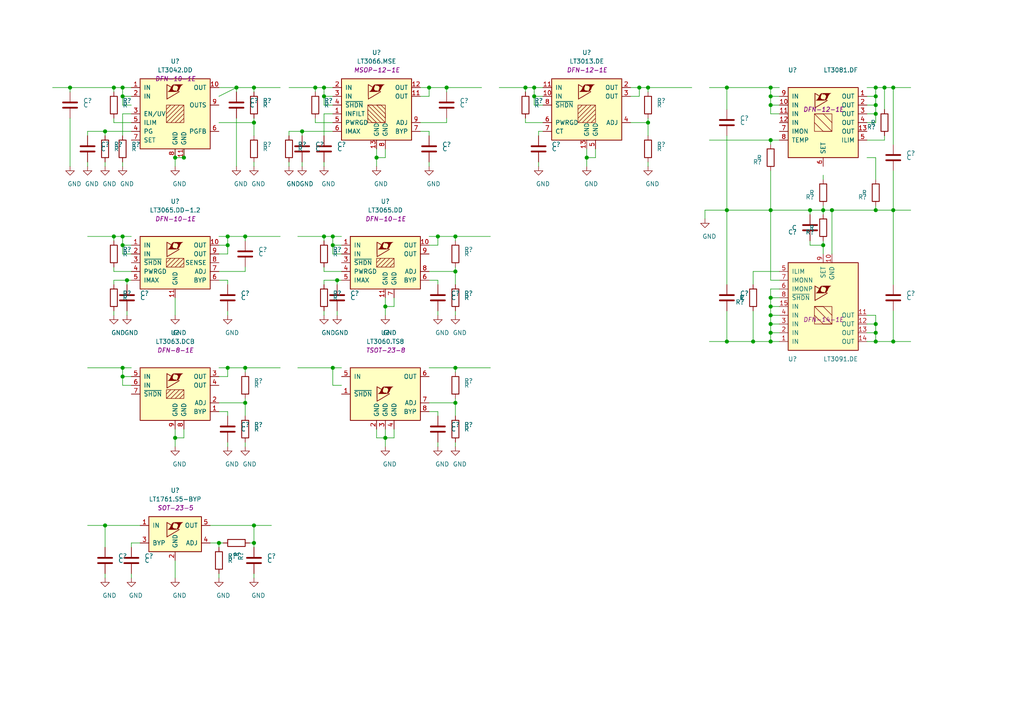
<source format=kicad_sch>
(kicad_sch (version 20201015) (generator eeschema)
  (paper "A4")
  (lib_symbols
    (symbol "ADI_Power:LT1761.S5-BYP" (pin_names (offset 1.016))
      (property "Reference" "U" (at -7.62 8.89 0))
      (property "Value" "LT1761.S5-BYP" (at -7.62 6.35 0))
      (property "Datasheet" "http://www.linear.com/product/LT1761" (at 0 -1.27 0))
      (symbol "LT1761.S5-BYP_1_1"
        (pin power_in line (at -10.16 2.54 0) (length 2.54) (name "IN") (number "1"))
        (pin power_in line (at 0 -7.62 90) (length 2.54) (name "GND") (number "2"))
        (pin passive line (at -10.16 -2.54 0) (length 2.54) (name "BYP") (number "3"))
        (pin passive line (at 10.16 -2.54 180) (length 2.54) (name "ADJ") (number "4"))
        (pin power_out line (at 10.16 2.54 180) (length 2.54) (name "OUT") (number "5"))
      )
    )
    (symbol "ADI_Power:LT3013.DE" (pin_names (offset 1.016))
      (property "Reference" "U" (at -10.16 13.97 0))
      (property "Value" "LT3013.DE" (at -10.16 11.43 0))
      (property "Datasheet" "http://www.linear.com/product/LT3013" (at 0 -7.62 0))
      (symbol "LT3013.DE_1_1"
        (pin unconnected line (at 12.7 2.54 180) (length 2.54) hide (name "NC") (number "1"))
        (pin power_in line (at -12.7 5.08 0) (length 2.54) (name "IN") (number "10"))
        (pin power_in line (at -12.7 7.62 0) (length 2.54) (name "IN") (number "11"))
        (pin unconnected line (at 12.7 -5.08 180) (length 2.54) hide (name "NC") (number "12"))
        (pin power_in line (at 0 -10.16 90) (length 2.54) (name "GND") (number "13"))
        (pin power_out line (at 12.7 7.62 180) (length 2.54) (name "OUT") (number "2"))
        (pin power_out line (at 12.7 5.08 180) (length 2.54) (name "OUT") (number "3"))
        (pin passive line (at 12.7 -2.54 180) (length 2.54) (name "ADJ") (number "4"))
        (pin power_in line (at 2.54 -10.16 90) (length 2.54) (name "GND") (number "5"))
        (pin open_collector line (at -12.7 -2.54 0) (length 2.54) (name "PWRGD") (number "6"))
        (pin passive line (at -12.7 -5.08 0) (length 2.54) (name "CT") (number "7"))
        (pin input line (at -12.7 2.54 0) (length 2.54) (name "~SHDN~") (number "8"))
        (pin unconnected line (at 12.7 0 180) (length 2.54) hide (name "NC") (number "9"))
      )
    )
    (symbol "ADI_Power:LT3042.DD" (pin_names (offset 1.016))
      (property "Reference" "U" (at -10.16 13.97 0))
      (property "Value" "LT3042.DD" (at -10.16 11.43 0))
      (property "Datasheet" "http://www.linear.com/product/LT3042" (at 0 -7.62 0))
      (symbol "LT3042.DD_1_1"
        (pin power_in line (at -12.7 7.62 0) (length 2.54) (name "IN") (number "1"))
        (pin power_out line (at 12.7 7.62 180) (length 2.54) (name "OUT") (number "10"))
        (pin power_in line (at 2.54 -12.7 90) (length 2.54) (name "GND") (number "11"))
        (pin power_in line (at -12.7 5.08 0) (length 2.54) (name "IN") (number "2"))
        (pin input line (at -12.7 0 0) (length 2.54) (name "EN/UV") (number "3"))
        (pin open_collector line (at -12.7 -5.08 0) (length 2.54) (name "PG") (number "4"))
        (pin passive line (at -12.7 -2.54 0) (length 2.54) (name "ILIM") (number "5"))
        (pin passive line (at 12.7 -5.08 180) (length 2.54) (name "PGFB") (number "6"))
        (pin passive line (at -12.7 -7.62 0) (length 2.54) (name "SET") (number "7"))
        (pin power_in line (at 0 -12.7 90) (length 2.54) (name "GND") (number "8"))
        (pin power_out line (at 12.7 2.54 180) (length 2.54) (name "OUTS") (number "9"))
      )
    )
    (symbol "ADI_Power:LT3060.TS8" (pin_names (offset 1.016))
      (property "Reference" "U" (at -10.16 11.43 0))
      (property "Value" "LT3060.TS8" (at -10.16 8.89 0))
      (property "Datasheet" "http://www.linear.com/product/LT3060" (at 0 -7.62 0))
      (symbol "LT3060.TS8_1_1"
        (pin input line (at -12.7 0 0) (length 2.54) (name "~SHDN~") (number "1"))
        (pin power_in line (at -2.54 -10.16 90) (length 2.54) (name "GND") (number "2"))
        (pin power_in line (at 0 -10.16 90) (length 2.54) (name "GND") (number "3"))
        (pin power_in line (at 2.54 -10.16 90) (length 2.54) (name "GND") (number "4"))
        (pin power_in line (at -12.7 5.08 0) (length 2.54) (name "IN") (number "5"))
        (pin power_out line (at 12.7 5.08 180) (length 2.54) (name "OUT") (number "6"))
        (pin passive line (at 12.7 -2.54 180) (length 2.54) (name "ADJ") (number "7"))
        (pin passive line (at 12.7 -5.08 180) (length 2.54) (name "BYP") (number "8"))
      )
    )
    (symbol "ADI_Power:LT3063.DCB" (pin_names (offset 1.016))
      (property "Reference" "U" (at -10.16 11.43 0))
      (property "Value" "LT3063.DCB" (at -10.16 8.89 0))
      (property "Datasheet" "http://www.linear.com/product/LT3063" (at 0 -7.62 0))
      (symbol "LT3063.DCB_1_1"
        (pin passive line (at 12.7 -5.08 180) (length 2.54) (name "BYP") (number "1"))
        (pin passive line (at 12.7 -2.54 180) (length 2.54) (name "ADJ") (number "2"))
        (pin power_out line (at 12.7 5.08 180) (length 2.54) (name "OUT") (number "3"))
        (pin power_out line (at 12.7 2.54 180) (length 2.54) (name "OUT") (number "4"))
        (pin power_in line (at -12.7 5.08 0) (length 2.54) (name "IN") (number "5"))
        (pin power_in line (at -12.7 2.54 0) (length 2.54) (name "IN") (number "6"))
        (pin input line (at -12.7 0 0) (length 2.54) (name "~SHDN~") (number "7"))
        (pin power_in line (at 2.54 -10.16 90) (length 2.54) (name "GND") (number "8"))
        (pin power_in line (at 0 -10.16 90) (length 2.54) (name "GND") (number "9"))
      )
    )
    (symbol "ADI_Power:LT3065.DD" (pin_names (offset 1.016))
      (property "Reference" "U" (at -10.16 11.43 0))
      (property "Value" "LT3065.DD" (at -10.16 8.89 0))
      (property "Datasheet" "http://www.linear.com/product/LT3065" (at 0 -7.62 0))
      (symbol "LT3065.DD_1_1"
        (pin power_in line (at -12.7 5.08 0) (length 2.54) (name "IN") (number "1"))
        (pin power_out line (at 12.7 5.08 180) (length 2.54) (name "OUT") (number "10"))
        (pin power_in line (at 0 -10.16 90) (length 2.54) (name "GND") (number "11"))
        (pin power_in line (at -12.7 2.54 0) (length 2.54) (name "IN") (number "2"))
        (pin input line (at -12.7 0 0) (length 2.54) (name "~SHDN~") (number "3"))
        (pin open_collector line (at -12.7 -2.54 0) (length 2.54) (name "PWRGD") (number "4"))
        (pin passive line (at -12.7 -5.08 0) (length 2.54) (name "IMAX") (number "5"))
        (pin passive line (at 12.7 -5.08 180) (length 2.54) (name "BYP") (number "6"))
        (pin power_in line (at 2.54 -10.16 90) (length 2.54) (name "GND") (number "7"))
        (pin passive line (at 12.7 -2.54 180) (length 2.54) (name "ADJ") (number "8"))
        (pin power_out line (at 12.7 2.54 180) (length 2.54) (name "OUT") (number "9"))
      )
    )
    (symbol "ADI_Power:LT3065.DD-1.2" (pin_names (offset 1.016))
      (property "Reference" "U" (at -10.16 11.43 0))
      (property "Value" "LT3065.DD-1.2" (at -10.16 8.89 0))
      (property "Datasheet" "http://www.linear.com/product/LT3065" (at 0 -7.62 0))
      (symbol "LT3065.DD-1.2_1_1"
        (pin power_in line (at -12.7 5.08 0) (length 2.54) (name "IN") (number "1"))
        (pin power_out line (at 12.7 5.08 180) (length 2.54) (name "OUT") (number "10"))
        (pin power_in line (at 0 -10.16 90) (length 2.54) (name "GND") (number "11"))
        (pin power_in line (at -12.7 2.54 0) (length 2.54) (name "IN") (number "2"))
        (pin input line (at -12.7 0 0) (length 2.54) (name "~SHDN~") (number "3"))
        (pin open_collector line (at -12.7 -2.54 0) (length 2.54) (name "PWRGD") (number "4"))
        (pin passive line (at -12.7 -5.08 0) (length 2.54) (name "IMAX") (number "5"))
        (pin passive line (at 12.7 -5.08 180) (length 2.54) (name "BYP") (number "6"))
        (pin passive line (at 12.7 -2.54 180) (length 2.54) (name "ADJ") (number "7"))
        (pin passive line (at 12.7 0 180) (length 2.54) (name "SENSE") (number "8"))
        (pin power_out line (at 12.7 2.54 180) (length 2.54) (name "OUT") (number "9"))
      )
    )
    (symbol "ADI_Power:LT3066.MSE" (pin_names (offset 1.016))
      (property "Reference" "U" (at -10.16 13.97 0))
      (property "Value" "LT3066.MSE" (at -10.16 11.43 0))
      (property "Datasheet" "http://www.linear.com/product/LT3066" (at 0 -7.62 0))
      (symbol "LT3066.MSE_1_1"
        (pin passive line (at -12.7 0 0) (length 2.54) (name "INFILT") (number "1"))
        (pin unconnected line (at 12.7 2.54 180) (length 2.54) hide (name "NC") (number "10"))
        (pin power_out line (at 12.7 5.08 180) (length 2.54) (name "OUT") (number "11"))
        (pin power_out line (at 12.7 7.62 180) (length 2.54) (name "OUT") (number "12"))
        (pin power_in line (at 0 -10.16 90) (length 2.54) (name "GND") (number "13"))
        (pin power_in line (at -12.7 7.62 0) (length 2.54) (name "IN") (number "2"))
        (pin power_in line (at -12.7 5.08 0) (length 2.54) (name "IN") (number "3"))
        (pin input line (at -12.7 2.54 0) (length 2.54) (name "~SHDN~") (number "4"))
        (pin open_collector line (at -12.7 -2.54 0) (length 2.54) (name "PWRGD") (number "5"))
        (pin passive line (at -12.7 -5.08 0) (length 2.54) (name "IMAX") (number "6"))
        (pin passive line (at 12.7 -5.08 180) (length 2.54) (name "BYP") (number "7"))
        (pin power_in line (at 2.54 -10.16 90) (length 2.54) (name "GND") (number "8"))
        (pin passive line (at 12.7 -2.54 180) (length 2.54) (name "ADJ") (number "9"))
      )
    )
    (symbol "ADI_Power:LT3081.DF" (pin_names (offset 1.016))
      (property "Reference" "U" (at -10.16 13.97 0))
      (property "Value" "LT3081.DF" (at -10.16 11.43 0))
      (property "Datasheet" "http://www.linear.com/product/LT3081" (at 0 2.54 0))
      (symbol "LT3081.DF_1_1"
        (pin power_out line (at 12.7 7.62 180) (length 2.54) (name "OUT") (number "1"))
        (pin power_in line (at -12.7 5.08 0) (length 2.54) (name "IN") (number "10"))
        (pin power_in line (at -12.7 2.54 0) (length 2.54) (name "IN") (number "11"))
        (pin power_in line (at -12.7 0 0) (length 2.54) (name "IN") (number "12"))
        (pin power_out line (at 12.7 -2.54 180) (length 2.54) (name "OUT") (number "13"))
        (pin power_out line (at 12.7 5.08 180) (length 2.54) (name "OUT") (number "2"))
        (pin power_out line (at 12.7 2.54 180) (length 2.54) (name "OUT") (number "3"))
        (pin power_out line (at 12.7 0 180) (length 2.54) (name "OUT") (number "4"))
        (pin input line (at 12.7 -5.08 180) (length 2.54) (name "ILIM") (number "5"))
        (pin passive line (at 0 -12.7 90) (length 2.54) (name "SET") (number "6"))
        (pin output line (at -12.7 -2.54 0) (length 2.54) (name "IMON") (number "7"))
        (pin power_out line (at -12.7 -5.08 0) (length 2.54) (name "TEMP") (number "8"))
        (pin power_in line (at -12.7 7.62 0) (length 2.54) (name "IN") (number "9"))
      )
    )
    (symbol "ADI_Power:LT3091.DE" (pin_names (offset 1.016))
      (property "Reference" "U" (at -10.16 -16.51 0))
      (property "Value" "LT3091.DE" (at -10.16 -13.97 0))
      (property "Datasheet" "http://www.linear.com/product/LT3091" (at 0 2.54 0))
      (symbol "LT3091.DE_1_1"
        (pin power_in line (at -12.7 -10.16 0) (length 2.54) (name "IN") (number "1"))
        (pin power_in line (at 2.54 15.24 270) (length 2.54) (name "GND") (number "10"))
        (pin power_out line (at 12.7 -2.54 180) (length 2.54) (name "OUT") (number "11"))
        (pin power_out line (at 12.7 -5.08 180) (length 2.54) (name "OUT") (number "12"))
        (pin power_out line (at 12.7 -7.62 180) (length 2.54) (name "OUT") (number "13"))
        (pin power_out line (at 12.7 -10.16 180) (length 2.54) (name "OUT") (number "14"))
        (pin power_in line (at -12.7 0 0) (length 2.54) (name "IN") (number "15"))
        (pin power_in line (at -12.7 -7.62 0) (length 2.54) (name "IN") (number "2"))
        (pin power_in line (at -12.7 -5.08 0) (length 2.54) (name "IN") (number "3"))
        (pin power_in line (at -12.7 -2.54 0) (length 2.54) (name "IN") (number "4"))
        (pin input line (at -12.7 10.16 0) (length 2.54) (name "ILIM") (number "5"))
        (pin passive line (at -12.7 5.08 0) (length 2.54) (name "IMONP") (number "6"))
        (pin passive line (at -12.7 7.62 0) (length 2.54) (name "IMONN") (number "7"))
        (pin input line (at -12.7 2.54 0) (length 2.54) (name "~SHDN~") (number "8"))
        (pin passive line (at 0 15.24 270) (length 2.54) (name "SET") (number "9"))
      )
    )
    (symbol "Device:C" (pin_numbers hide) (pin_names (offset 0.254))
      (property "Reference" "C" (at 0.635 2.54 0))
      (property "Value" "C" (at 0.635 -2.54 0))
      (symbol "C_1_1"
        (pin passive line (at 0 3.81 270) (length 2.794) (name "~") (number "1"))
        (pin passive line (at 0 -3.81 90) (length 2.794) (name "~") (number "2"))
      )
    )
    (symbol "Device:R" (pin_numbers hide) (pin_names (offset 0))
      (property "Reference" "R" (at 2.032 0 90))
      (property "Value" "R" (at 0 0 90))
      (symbol "R_1_1"
        (pin passive line (at 0 3.81 270) (length 1.27) (name "~") (number "1"))
        (pin passive line (at 0 -3.81 90) (length 1.27) (name "~") (number "2"))
      )
    )
    (symbol "power:GND" (power) (pin_names (offset 0))
      (property "Value" "GND" (at 0 -3.81 0))
      (symbol "GND_1_1"
        (pin power_in line (at 0 0 270) (length 0) hide (name "GND") (number "1"))
      )
    )
  )
  (junction (at 20.32 25.4) (diameter 1.016))
  (junction (at 30.48 38.1) (diameter 1.016))
  (junction (at 30.48 152.4) (diameter 1.016))
  (junction (at 33.02 25.4) (diameter 1.016))
  (junction (at 33.02 68.58) (diameter 1.016))
  (junction (at 35.56 25.4) (diameter 1.016))
  (junction (at 35.56 27.94) (diameter 1.016))
  (junction (at 35.56 68.58) (diameter 1.016))
  (junction (at 35.56 71.12) (diameter 1.016))
  (junction (at 35.56 106.68) (diameter 1.016))
  (junction (at 35.56 109.22) (diameter 1.016))
  (junction (at 36.83 81.28) (diameter 1.016))
  (junction (at 50.8 45.72) (diameter 1.016))
  (junction (at 50.8 127) (diameter 1.016))
  (junction (at 53.34 45.72) (diameter 1.016))
  (junction (at 63.5 157.48) (diameter 1.016))
  (junction (at 66.04 68.58) (diameter 1.016))
  (junction (at 66.04 71.12) (diameter 1.016))
  (junction (at 66.04 106.68) (diameter 1.016))
  (junction (at 68.58 25.4) (diameter 1.016))
  (junction (at 71.12 68.58) (diameter 1.016))
  (junction (at 71.12 106.68) (diameter 1.016))
  (junction (at 71.12 116.84) (diameter 1.016))
  (junction (at 73.66 25.4) (diameter 1.016))
  (junction (at 73.66 35.56) (diameter 1.016))
  (junction (at 73.66 152.4) (diameter 1.016))
  (junction (at 73.66 157.48) (diameter 1.016))
  (junction (at 87.63 38.1) (diameter 1.016))
  (junction (at 91.44 25.4) (diameter 1.016))
  (junction (at 93.98 25.4) (diameter 1.016))
  (junction (at 93.98 27.94) (diameter 1.016))
  (junction (at 93.98 68.58) (diameter 1.016))
  (junction (at 96.52 68.58) (diameter 1.016))
  (junction (at 96.52 71.12) (diameter 1.016))
  (junction (at 96.52 106.68) (diameter 1.016))
  (junction (at 97.79 81.28) (diameter 1.016))
  (junction (at 109.22 45.72) (diameter 1.016))
  (junction (at 111.76 88.9) (diameter 1.016))
  (junction (at 111.76 127) (diameter 1.016))
  (junction (at 124.46 25.4) (diameter 1.016))
  (junction (at 127 68.58) (diameter 1.016))
  (junction (at 129.54 25.4) (diameter 1.016))
  (junction (at 132.08 68.58) (diameter 1.016))
  (junction (at 132.08 78.74) (diameter 1.016))
  (junction (at 132.08 106.68) (diameter 1.016))
  (junction (at 132.08 116.84) (diameter 1.016))
  (junction (at 152.4 25.4) (diameter 1.016))
  (junction (at 154.94 25.4) (diameter 1.016))
  (junction (at 154.94 27.94) (diameter 1.016))
  (junction (at 170.18 45.72) (diameter 1.016))
  (junction (at 185.42 25.4) (diameter 1.016))
  (junction (at 187.96 25.4) (diameter 1.016))
  (junction (at 187.96 35.56) (diameter 1.016))
  (junction (at 210.82 25.4) (diameter 1.016))
  (junction (at 210.82 60.96) (diameter 1.016))
  (junction (at 210.82 99.06) (diameter 1.016))
  (junction (at 218.44 99.06) (diameter 1.016))
  (junction (at 223.52 25.4) (diameter 1.016))
  (junction (at 223.52 27.94) (diameter 1.016))
  (junction (at 223.52 30.48) (diameter 1.016))
  (junction (at 223.52 40.64) (diameter 1.016))
  (junction (at 223.52 60.96) (diameter 1.016))
  (junction (at 223.52 86.36) (diameter 1.016))
  (junction (at 223.52 88.9) (diameter 1.016))
  (junction (at 223.52 91.44) (diameter 1.016))
  (junction (at 223.52 93.98) (diameter 1.016))
  (junction (at 223.52 96.52) (diameter 1.016))
  (junction (at 223.52 99.06) (diameter 1.016))
  (junction (at 234.95 60.96) (diameter 1.016))
  (junction (at 238.76 60.96) (diameter 1.016))
  (junction (at 238.76 71.12) (diameter 1.016))
  (junction (at 241.3 60.96) (diameter 1.016))
  (junction (at 254 25.4) (diameter 1.016))
  (junction (at 254 27.94) (diameter 1.016))
  (junction (at 254 30.48) (diameter 1.016))
  (junction (at 254 33.02) (diameter 1.016))
  (junction (at 254 60.96) (diameter 1.016))
  (junction (at 254 93.98) (diameter 1.016))
  (junction (at 254 96.52) (diameter 1.016))
  (junction (at 254 99.06) (diameter 1.016))
  (junction (at 256.54 25.4) (diameter 1.016))
  (junction (at 259.08 25.4) (diameter 1.016))
  (junction (at 259.08 60.96) (diameter 1.016))
  (junction (at 259.08 99.06) (diameter 1.016))
  (wire (pts (xy 15.24 25.4) (xy 20.32 25.4)))
  (wire (pts (xy 20.32 25.4) (xy 33.02 25.4)))
  (wire (pts (xy 20.32 26.67) (xy 20.32 25.4)))
  (wire (pts (xy 20.32 48.26) (xy 20.32 34.29)))
  (wire (pts (xy 25.4 38.1) (xy 30.48 38.1)))
  (wire (pts (xy 25.4 39.37) (xy 25.4 38.1)))
  (wire (pts (xy 25.4 46.99) (xy 25.4 48.26)))
  (wire (pts (xy 25.4 68.58) (xy 33.02 68.58)))
  (wire (pts (xy 25.4 106.68) (xy 35.56 106.68)))
  (wire (pts (xy 25.4 152.4) (xy 30.48 152.4)))
  (wire (pts (xy 30.48 38.1) (xy 38.1 38.1)))
  (wire (pts (xy 30.48 39.37) (xy 30.48 38.1)))
  (wire (pts (xy 30.48 46.99) (xy 30.48 48.26)))
  (wire (pts (xy 30.48 152.4) (xy 40.64 152.4)))
  (wire (pts (xy 30.48 158.75) (xy 30.48 152.4)))
  (wire (pts (xy 30.48 166.37) (xy 30.48 167.64)))
  (wire (pts (xy 33.02 25.4) (xy 35.56 25.4)))
  (wire (pts (xy 33.02 26.67) (xy 33.02 25.4)))
  (wire (pts (xy 33.02 34.29) (xy 33.02 35.56)))
  (wire (pts (xy 33.02 35.56) (xy 38.1 35.56)))
  (wire (pts (xy 33.02 68.58) (xy 35.56 68.58)))
  (wire (pts (xy 33.02 69.85) (xy 33.02 68.58)))
  (wire (pts (xy 33.02 77.47) (xy 33.02 78.74)))
  (wire (pts (xy 33.02 78.74) (xy 38.1 78.74)))
  (wire (pts (xy 33.02 81.28) (xy 33.02 82.55)))
  (wire (pts (xy 33.02 81.28) (xy 36.83 81.28)))
  (wire (pts (xy 33.02 90.17) (xy 33.02 91.44)))
  (wire (pts (xy 35.56 25.4) (xy 35.56 27.94)))
  (wire (pts (xy 35.56 25.4) (xy 38.1 25.4)))
  (wire (pts (xy 35.56 27.94) (xy 35.56 30.48)))
  (wire (pts (xy 35.56 30.48) (xy 38.1 30.48)))
  (wire (pts (xy 35.56 33.02) (xy 35.56 39.37)))
  (wire (pts (xy 35.56 48.26) (xy 35.56 46.99)))
  (wire (pts (xy 35.56 68.58) (xy 35.56 71.12)))
  (wire (pts (xy 35.56 68.58) (xy 38.1 68.58)))
  (wire (pts (xy 35.56 71.12) (xy 35.56 73.66)))
  (wire (pts (xy 35.56 73.66) (xy 38.1 73.66)))
  (wire (pts (xy 35.56 106.68) (xy 35.56 109.22)))
  (wire (pts (xy 35.56 106.68) (xy 38.1 106.68)))
  (wire (pts (xy 35.56 109.22) (xy 35.56 111.76)))
  (wire (pts (xy 35.56 111.76) (xy 38.1 111.76)))
  (wire (pts (xy 36.83 81.28) (xy 38.1 81.28)))
  (wire (pts (xy 36.83 82.55) (xy 36.83 81.28)))
  (wire (pts (xy 36.83 90.17) (xy 36.83 91.44)))
  (wire (pts (xy 38.1 27.94) (xy 35.56 27.94)))
  (wire (pts (xy 38.1 33.02) (xy 35.56 33.02)))
  (wire (pts (xy 38.1 71.12) (xy 35.56 71.12)))
  (wire (pts (xy 38.1 109.22) (xy 35.56 109.22)))
  (wire (pts (xy 38.1 157.48) (xy 38.1 158.75)))
  (wire (pts (xy 38.1 166.37) (xy 38.1 167.64)))
  (wire (pts (xy 40.64 157.48) (xy 38.1 157.48)))
  (wire (pts (xy 50.8 43.18) (xy 50.8 45.72)))
  (wire (pts (xy 50.8 45.72) (xy 50.8 48.26)))
  (wire (pts (xy 50.8 45.72) (xy 53.34 45.72)))
  (wire (pts (xy 50.8 86.36) (xy 50.8 91.44)))
  (wire (pts (xy 50.8 124.46) (xy 50.8 127)))
  (wire (pts (xy 50.8 127) (xy 50.8 129.54)))
  (wire (pts (xy 50.8 127) (xy 53.34 127)))
  (wire (pts (xy 50.8 162.56) (xy 50.8 167.64)))
  (wire (pts (xy 53.34 45.72) (xy 53.34 43.18)))
  (wire (pts (xy 53.34 127) (xy 53.34 124.46)))
  (wire (pts (xy 60.96 152.4) (xy 73.66 152.4)))
  (wire (pts (xy 60.96 157.48) (xy 63.5 157.48)))
  (wire (pts (xy 63.5 25.4) (xy 68.58 25.4)))
  (wire (pts (xy 63.5 27.94) (xy 68.58 25.4)))
  (wire (pts (xy 63.5 35.56) (xy 73.66 35.56)))
  (wire (pts (xy 63.5 68.58) (xy 66.04 68.58)))
  (wire (pts (xy 63.5 71.12) (xy 66.04 71.12)))
  (wire (pts (xy 63.5 78.74) (xy 71.12 78.74)))
  (wire (pts (xy 63.5 106.68) (xy 66.04 106.68)))
  (wire (pts (xy 63.5 109.22) (xy 66.04 109.22)))
  (wire (pts (xy 63.5 116.84) (xy 71.12 116.84)))
  (wire (pts (xy 63.5 157.48) (xy 63.5 158.75)))
  (wire (pts (xy 63.5 157.48) (xy 64.77 157.48)))
  (wire (pts (xy 63.5 166.37) (xy 63.5 167.64)))
  (wire (pts (xy 66.04 68.58) (xy 66.04 71.12)))
  (wire (pts (xy 66.04 68.58) (xy 71.12 68.58)))
  (wire (pts (xy 66.04 71.12) (xy 66.04 73.66)))
  (wire (pts (xy 66.04 73.66) (xy 63.5 73.66)))
  (wire (pts (xy 66.04 81.28) (xy 63.5 81.28)))
  (wire (pts (xy 66.04 82.55) (xy 66.04 81.28)))
  (wire (pts (xy 66.04 90.17) (xy 66.04 91.44)))
  (wire (pts (xy 66.04 106.68) (xy 71.12 106.68)))
  (wire (pts (xy 66.04 109.22) (xy 66.04 106.68)))
  (wire (pts (xy 66.04 119.38) (xy 63.5 119.38)))
  (wire (pts (xy 66.04 120.65) (xy 66.04 119.38)))
  (wire (pts (xy 66.04 128.27) (xy 66.04 129.54)))
  (wire (pts (xy 68.58 25.4) (xy 68.58 26.67)))
  (wire (pts (xy 68.58 25.4) (xy 73.66 25.4)))
  (wire (pts (xy 68.58 48.26) (xy 68.58 34.29)))
  (wire (pts (xy 71.12 68.58) (xy 81.28 68.58)))
  (wire (pts (xy 71.12 69.85) (xy 71.12 68.58)))
  (wire (pts (xy 71.12 78.74) (xy 71.12 77.47)))
  (wire (pts (xy 71.12 106.68) (xy 81.28 106.68)))
  (wire (pts (xy 71.12 107.95) (xy 71.12 106.68)))
  (wire (pts (xy 71.12 115.57) (xy 71.12 116.84)))
  (wire (pts (xy 71.12 116.84) (xy 71.12 120.65)))
  (wire (pts (xy 71.12 128.27) (xy 71.12 129.54)))
  (wire (pts (xy 73.66 25.4) (xy 73.66 26.67)))
  (wire (pts (xy 73.66 25.4) (xy 81.28 25.4)))
  (wire (pts (xy 73.66 34.29) (xy 73.66 35.56)))
  (wire (pts (xy 73.66 35.56) (xy 73.66 39.37)))
  (wire (pts (xy 73.66 48.26) (xy 73.66 46.99)))
  (wire (pts (xy 73.66 152.4) (xy 73.66 157.48)))
  (wire (pts (xy 73.66 152.4) (xy 78.74 152.4)))
  (wire (pts (xy 73.66 157.48) (xy 72.39 157.48)))
  (wire (pts (xy 73.66 157.48) (xy 73.66 158.75)))
  (wire (pts (xy 73.66 166.37) (xy 73.66 167.64)))
  (wire (pts (xy 83.82 25.4) (xy 91.44 25.4)))
  (wire (pts (xy 83.82 38.1) (xy 83.82 39.37)))
  (wire (pts (xy 83.82 38.1) (xy 87.63 38.1)))
  (wire (pts (xy 83.82 46.99) (xy 83.82 48.26)))
  (wire (pts (xy 86.36 68.58) (xy 93.98 68.58)))
  (wire (pts (xy 86.36 106.68) (xy 96.52 106.68)))
  (wire (pts (xy 87.63 38.1) (xy 96.52 38.1)))
  (wire (pts (xy 87.63 39.37) (xy 87.63 38.1)))
  (wire (pts (xy 87.63 46.99) (xy 87.63 48.26)))
  (wire (pts (xy 91.44 25.4) (xy 93.98 25.4)))
  (wire (pts (xy 91.44 26.67) (xy 91.44 25.4)))
  (wire (pts (xy 91.44 34.29) (xy 91.44 35.56)))
  (wire (pts (xy 91.44 35.56) (xy 96.52 35.56)))
  (wire (pts (xy 93.98 25.4) (xy 93.98 27.94)))
  (wire (pts (xy 93.98 25.4) (xy 96.52 25.4)))
  (wire (pts (xy 93.98 27.94) (xy 93.98 30.48)))
  (wire (pts (xy 93.98 30.48) (xy 96.52 30.48)))
  (wire (pts (xy 93.98 33.02) (xy 93.98 39.37)))
  (wire (pts (xy 93.98 46.99) (xy 93.98 48.26)))
  (wire (pts (xy 93.98 68.58) (xy 96.52 68.58)))
  (wire (pts (xy 93.98 69.85) (xy 93.98 68.58)))
  (wire (pts (xy 93.98 77.47) (xy 93.98 78.74)))
  (wire (pts (xy 93.98 78.74) (xy 99.06 78.74)))
  (wire (pts (xy 93.98 81.28) (xy 93.98 82.55)))
  (wire (pts (xy 93.98 81.28) (xy 97.79 81.28)))
  (wire (pts (xy 93.98 90.17) (xy 93.98 91.44)))
  (wire (pts (xy 96.52 27.94) (xy 93.98 27.94)))
  (wire (pts (xy 96.52 33.02) (xy 93.98 33.02)))
  (wire (pts (xy 96.52 68.58) (xy 96.52 71.12)))
  (wire (pts (xy 96.52 68.58) (xy 99.06 68.58)))
  (wire (pts (xy 96.52 71.12) (xy 96.52 73.66)))
  (wire (pts (xy 96.52 73.66) (xy 99.06 73.66)))
  (wire (pts (xy 96.52 106.68) (xy 96.52 111.76)))
  (wire (pts (xy 96.52 106.68) (xy 99.06 106.68)))
  (wire (pts (xy 96.52 111.76) (xy 99.06 111.76)))
  (wire (pts (xy 97.79 81.28) (xy 99.06 81.28)))
  (wire (pts (xy 97.79 82.55) (xy 97.79 81.28)))
  (wire (pts (xy 97.79 90.17) (xy 97.79 91.44)))
  (wire (pts (xy 99.06 71.12) (xy 96.52 71.12)))
  (wire (pts (xy 109.22 43.18) (xy 109.22 45.72)))
  (wire (pts (xy 109.22 45.72) (xy 109.22 48.26)))
  (wire (pts (xy 109.22 45.72) (xy 111.76 45.72)))
  (wire (pts (xy 109.22 127) (xy 109.22 124.46)))
  (wire (pts (xy 109.22 127) (xy 111.76 127)))
  (wire (pts (xy 111.76 45.72) (xy 111.76 43.18)))
  (wire (pts (xy 111.76 86.36) (xy 111.76 88.9)))
  (wire (pts (xy 111.76 88.9) (xy 111.76 91.44)))
  (wire (pts (xy 111.76 88.9) (xy 114.3 88.9)))
  (wire (pts (xy 111.76 124.46) (xy 111.76 127)))
  (wire (pts (xy 111.76 127) (xy 111.76 129.54)))
  (wire (pts (xy 111.76 127) (xy 114.3 127)))
  (wire (pts (xy 114.3 88.9) (xy 114.3 86.36)))
  (wire (pts (xy 114.3 127) (xy 114.3 124.46)))
  (wire (pts (xy 121.92 25.4) (xy 124.46 25.4)))
  (wire (pts (xy 121.92 27.94) (xy 124.46 27.94)))
  (wire (pts (xy 121.92 35.56) (xy 129.54 35.56)))
  (wire (pts (xy 124.46 25.4) (xy 129.54 25.4)))
  (wire (pts (xy 124.46 27.94) (xy 124.46 25.4)))
  (wire (pts (xy 124.46 38.1) (xy 121.92 38.1)))
  (wire (pts (xy 124.46 39.37) (xy 124.46 38.1)))
  (wire (pts (xy 124.46 46.99) (xy 124.46 48.26)))
  (wire (pts (xy 124.46 68.58) (xy 127 68.58)))
  (wire (pts (xy 124.46 71.12) (xy 127 71.12)))
  (wire (pts (xy 124.46 78.74) (xy 132.08 78.74)))
  (wire (pts (xy 124.46 106.68) (xy 132.08 106.68)))
  (wire (pts (xy 124.46 116.84) (xy 132.08 116.84)))
  (wire (pts (xy 127 68.58) (xy 132.08 68.58)))
  (wire (pts (xy 127 71.12) (xy 127 68.58)))
  (wire (pts (xy 127 81.28) (xy 124.46 81.28)))
  (wire (pts (xy 127 82.55) (xy 127 81.28)))
  (wire (pts (xy 127 90.17) (xy 127 91.44)))
  (wire (pts (xy 127 119.38) (xy 124.46 119.38)))
  (wire (pts (xy 127 120.65) (xy 127 119.38)))
  (wire (pts (xy 127 128.27) (xy 127 129.54)))
  (wire (pts (xy 129.54 25.4) (xy 139.7 25.4)))
  (wire (pts (xy 129.54 26.67) (xy 129.54 25.4)))
  (wire (pts (xy 129.54 35.56) (xy 129.54 34.29)))
  (wire (pts (xy 132.08 68.58) (xy 142.24 68.58)))
  (wire (pts (xy 132.08 69.85) (xy 132.08 68.58)))
  (wire (pts (xy 132.08 77.47) (xy 132.08 78.74)))
  (wire (pts (xy 132.08 78.74) (xy 132.08 82.55)))
  (wire (pts (xy 132.08 90.17) (xy 132.08 91.44)))
  (wire (pts (xy 132.08 106.68) (xy 142.24 106.68)))
  (wire (pts (xy 132.08 107.95) (xy 132.08 106.68)))
  (wire (pts (xy 132.08 115.57) (xy 132.08 116.84)))
  (wire (pts (xy 132.08 116.84) (xy 132.08 120.65)))
  (wire (pts (xy 132.08 128.27) (xy 132.08 129.54)))
  (wire (pts (xy 144.78 25.4) (xy 152.4 25.4)))
  (wire (pts (xy 152.4 25.4) (xy 154.94 25.4)))
  (wire (pts (xy 152.4 26.67) (xy 152.4 25.4)))
  (wire (pts (xy 152.4 34.29) (xy 152.4 35.56)))
  (wire (pts (xy 152.4 35.56) (xy 157.48 35.56)))
  (wire (pts (xy 154.94 25.4) (xy 154.94 27.94)))
  (wire (pts (xy 154.94 25.4) (xy 157.48 25.4)))
  (wire (pts (xy 154.94 27.94) (xy 154.94 30.48)))
  (wire (pts (xy 154.94 30.48) (xy 157.48 30.48)))
  (wire (pts (xy 156.21 38.1) (xy 157.48 38.1)))
  (wire (pts (xy 156.21 39.37) (xy 156.21 38.1)))
  (wire (pts (xy 156.21 46.99) (xy 156.21 48.26)))
  (wire (pts (xy 157.48 27.94) (xy 154.94 27.94)))
  (wire (pts (xy 170.18 43.18) (xy 170.18 45.72)))
  (wire (pts (xy 170.18 45.72) (xy 170.18 48.26)))
  (wire (pts (xy 170.18 45.72) (xy 172.72 45.72)))
  (wire (pts (xy 172.72 45.72) (xy 172.72 43.18)))
  (wire (pts (xy 182.88 25.4) (xy 185.42 25.4)))
  (wire (pts (xy 182.88 27.94) (xy 185.42 27.94)))
  (wire (pts (xy 182.88 35.56) (xy 187.96 35.56)))
  (wire (pts (xy 185.42 25.4) (xy 187.96 25.4)))
  (wire (pts (xy 185.42 27.94) (xy 185.42 25.4)))
  (wire (pts (xy 187.96 25.4) (xy 200.66 25.4)))
  (wire (pts (xy 187.96 26.67) (xy 187.96 25.4)))
  (wire (pts (xy 187.96 34.29) (xy 187.96 35.56)))
  (wire (pts (xy 187.96 35.56) (xy 187.96 39.37)))
  (wire (pts (xy 187.96 46.99) (xy 187.96 48.26)))
  (wire (pts (xy 204.47 60.96) (xy 210.82 60.96)))
  (wire (pts (xy 204.47 63.5) (xy 204.47 60.96)))
  (wire (pts (xy 205.74 25.4) (xy 210.82 25.4)))
  (wire (pts (xy 205.74 40.64) (xy 223.52 40.64)))
  (wire (pts (xy 205.74 99.06) (xy 210.82 99.06)))
  (wire (pts (xy 210.82 25.4) (xy 223.52 25.4)))
  (wire (pts (xy 210.82 31.75) (xy 210.82 25.4)))
  (wire (pts (xy 210.82 39.37) (xy 210.82 60.96)))
  (wire (pts (xy 210.82 60.96) (xy 210.82 82.55)))
  (wire (pts (xy 210.82 60.96) (xy 223.52 60.96)))
  (wire (pts (xy 210.82 90.17) (xy 210.82 99.06)))
  (wire (pts (xy 210.82 99.06) (xy 218.44 99.06)))
  (wire (pts (xy 218.44 78.74) (xy 218.44 82.55)))
  (wire (pts (xy 218.44 78.74) (xy 226.06 78.74)))
  (wire (pts (xy 218.44 90.17) (xy 218.44 99.06)))
  (wire (pts (xy 218.44 99.06) (xy 223.52 99.06)))
  (wire (pts (xy 223.52 25.4) (xy 223.52 27.94)))
  (wire (pts (xy 223.52 25.4) (xy 226.06 25.4)))
  (wire (pts (xy 223.52 27.94) (xy 223.52 30.48)))
  (wire (pts (xy 223.52 30.48) (xy 223.52 33.02)))
  (wire (pts (xy 223.52 33.02) (xy 226.06 33.02)))
  (wire (pts (xy 223.52 40.64) (xy 226.06 40.64)))
  (wire (pts (xy 223.52 41.91) (xy 223.52 40.64)))
  (wire (pts (xy 223.52 49.53) (xy 223.52 60.96)))
  (wire (pts (xy 223.52 60.96) (xy 223.52 81.28)))
  (wire (pts (xy 223.52 60.96) (xy 234.95 60.96)))
  (wire (pts (xy 223.52 81.28) (xy 226.06 81.28)))
  (wire (pts (xy 223.52 83.82) (xy 223.52 86.36)))
  (wire (pts (xy 223.52 86.36) (xy 223.52 88.9)))
  (wire (pts (xy 223.52 88.9) (xy 223.52 91.44)))
  (wire (pts (xy 223.52 88.9) (xy 226.06 88.9)))
  (wire (pts (xy 223.52 91.44) (xy 223.52 93.98)))
  (wire (pts (xy 223.52 93.98) (xy 223.52 96.52)))
  (wire (pts (xy 223.52 96.52) (xy 223.52 99.06)))
  (wire (pts (xy 223.52 96.52) (xy 226.06 96.52)))
  (wire (pts (xy 223.52 99.06) (xy 226.06 99.06)))
  (wire (pts (xy 226.06 27.94) (xy 223.52 27.94)))
  (wire (pts (xy 226.06 30.48) (xy 223.52 30.48)))
  (wire (pts (xy 226.06 83.82) (xy 223.52 83.82)))
  (wire (pts (xy 226.06 86.36) (xy 223.52 86.36)))
  (wire (pts (xy 226.06 91.44) (xy 223.52 91.44)))
  (wire (pts (xy 226.06 93.98) (xy 223.52 93.98)))
  (wire (pts (xy 234.95 60.96) (xy 234.95 62.23)))
  (wire (pts (xy 234.95 60.96) (xy 238.76 60.96)))
  (wire (pts (xy 234.95 71.12) (xy 234.95 69.85)))
  (wire (pts (xy 238.76 52.07) (xy 238.76 50.8)))
  (wire (pts (xy 238.76 59.69) (xy 238.76 60.96)))
  (wire (pts (xy 238.76 60.96) (xy 238.76 62.23)))
  (wire (pts (xy 238.76 60.96) (xy 241.3 60.96)))
  (wire (pts (xy 238.76 69.85) (xy 238.76 71.12)))
  (wire (pts (xy 238.76 71.12) (xy 234.95 71.12)))
  (wire (pts (xy 238.76 71.12) (xy 238.76 73.66)))
  (wire (pts (xy 241.3 60.96) (xy 241.3 73.66)))
  (wire (pts (xy 241.3 60.96) (xy 254 60.96)))
  (wire (pts (xy 251.46 25.4) (xy 254 25.4)))
  (wire (pts (xy 251.46 27.94) (xy 254 27.94)))
  (wire (pts (xy 251.46 30.48) (xy 254 30.48)))
  (wire (pts (xy 251.46 45.72) (xy 254 45.72)))
  (wire (pts (xy 251.46 91.44) (xy 254 91.44)))
  (wire (pts (xy 251.46 93.98) (xy 254 93.98)))
  (wire (pts (xy 251.46 96.52) (xy 254 96.52)))
  (wire (pts (xy 251.46 99.06) (xy 254 99.06)))
  (wire (pts (xy 254 25.4) (xy 254 27.94)))
  (wire (pts (xy 254 25.4) (xy 256.54 25.4)))
  (wire (pts (xy 254 27.94) (xy 254 30.48)))
  (wire (pts (xy 254 30.48) (xy 254 33.02)))
  (wire (pts (xy 254 33.02) (xy 251.46 33.02)))
  (wire (pts (xy 254 33.02) (xy 254 35.56)))
  (wire (pts (xy 254 35.56) (xy 251.46 35.56)))
  (wire (pts (xy 254 45.72) (xy 254 52.07)))
  (wire (pts (xy 254 59.69) (xy 254 60.96)))
  (wire (pts (xy 254 60.96) (xy 259.08 60.96)))
  (wire (pts (xy 254 91.44) (xy 254 93.98)))
  (wire (pts (xy 254 93.98) (xy 254 96.52)))
  (wire (pts (xy 254 96.52) (xy 254 99.06)))
  (wire (pts (xy 254 99.06) (xy 259.08 99.06)))
  (wire (pts (xy 256.54 25.4) (xy 259.08 25.4)))
  (wire (pts (xy 256.54 31.75) (xy 256.54 25.4)))
  (wire (pts (xy 256.54 39.37) (xy 256.54 40.64)))
  (wire (pts (xy 256.54 40.64) (xy 251.46 40.64)))
  (wire (pts (xy 259.08 25.4) (xy 259.08 41.91)))
  (wire (pts (xy 259.08 25.4) (xy 264.16 25.4)))
  (wire (pts (xy 259.08 49.53) (xy 259.08 60.96)))
  (wire (pts (xy 259.08 60.96) (xy 259.08 82.55)))
  (wire (pts (xy 259.08 60.96) (xy 264.16 60.96)))
  (wire (pts (xy 259.08 90.17) (xy 259.08 99.06)))
  (wire (pts (xy 259.08 99.06) (xy 264.16 99.06)))
  (symbol (lib_id "power:GND") (at 20.32 48.26 0) (unit 1)
    (property "Reference" "#PWR?" (effects hide))
    (property "Value" "GND" (at 21.59 53.34 0))
  )
  (symbol (lib_id "power:GND") (at 25.4 48.26 0) (unit 1)
    (property "Reference" "#PWR?" (effects hide))
    (property "Value" "GND" (at 26.67 53.34 0))
  )
  (symbol (lib_id "power:GND") (at 30.48 48.26 0) (unit 1)
    (property "Reference" "#PWR?" (effects hide))
    (property "Value" "GND" (at 31.75 53.34 0))
  )
  (symbol (lib_id "power:GND") (at 30.48 167.64 0) (unit 1)
    (property "Reference" "#PWR?" (effects hide))
    (property "Value" "GND" (at 31.75 172.72 0))
  )
  (symbol (lib_id "power:GND") (at 33.02 91.44 0) (unit 1)
    (property "Reference" "#PWR?" (effects hide))
    (property "Value" "GND" (at 34.29 96.52 0))
  )
  (symbol (lib_id "power:GND") (at 35.56 48.26 0) (unit 1)
    (property "Reference" "#PWR?" (effects hide))
    (property "Value" "GND" (at 36.83 53.34 0))
  )
  (symbol (lib_id "power:GND") (at 36.83 91.44 0) (unit 1)
    (property "Reference" "#PWR?" (effects hide))
    (property "Value" "GND" (at 38.1 96.52 0))
  )
  (symbol (lib_id "power:GND") (at 38.1 167.64 0) (unit 1)
    (property "Reference" "#PWR?" (effects hide))
    (property "Value" "GND" (at 39.37 172.72 0))
  )
  (symbol (lib_id "power:GND") (at 50.8 48.26 0) (unit 1)
    (property "Reference" "#PWR?" (effects hide))
    (property "Value" "GND" (at 52.07 53.34 0))
  )
  (symbol (lib_id "power:GND") (at 50.8 91.44 0) (unit 1)
    (property "Reference" "#PWR?" (effects hide))
    (property "Value" "GND" (at 52.07 96.52 0))
  )
  (symbol (lib_id "power:GND") (at 50.8 129.54 0) (unit 1)
    (property "Reference" "#PWR?" (effects hide))
    (property "Value" "GND" (at 52.07 134.62 0))
  )
  (symbol (lib_id "power:GND") (at 50.8 167.64 0) (unit 1)
    (property "Reference" "#PWR?" (effects hide))
    (property "Value" "GND" (at 52.07 172.72 0))
  )
  (symbol (lib_id "power:GND") (at 63.5 167.64 0) (unit 1)
    (property "Reference" "#PWR?" (effects hide))
    (property "Value" "GND" (at 64.77 172.72 0))
  )
  (symbol (lib_id "power:GND") (at 66.04 91.44 0) (unit 1)
    (property "Reference" "#PWR?" (effects hide))
    (property "Value" "GND" (at 67.31 96.52 0))
  )
  (symbol (lib_id "power:GND") (at 66.04 129.54 0) (unit 1)
    (property "Reference" "#PWR?" (effects hide))
    (property "Value" "GND" (at 67.31 134.62 0))
  )
  (symbol (lib_id "power:GND") (at 68.58 48.26 0) (unit 1)
    (property "Reference" "#PWR?" (effects hide))
    (property "Value" "GND" (at 69.85 53.34 0))
  )
  (symbol (lib_id "power:GND") (at 71.12 129.54 0) (unit 1)
    (property "Reference" "#PWR?" (effects hide))
    (property "Value" "GND" (at 72.39 134.62 0))
  )
  (symbol (lib_id "power:GND") (at 73.66 48.26 0) (unit 1)
    (property "Reference" "#PWR?" (effects hide))
    (property "Value" "GND" (at 74.93 53.34 0))
  )
  (symbol (lib_id "power:GND") (at 73.66 167.64 0) (unit 1)
    (property "Reference" "#PWR?" (effects hide))
    (property "Value" "GND" (at 74.93 172.72 0))
  )
  (symbol (lib_id "power:GND") (at 83.82 48.26 0) (unit 1)
    (property "Reference" "#PWR?" (effects hide))
    (property "Value" "GND" (at 85.09 53.34 0))
  )
  (symbol (lib_id "power:GND") (at 87.63 48.26 0) (unit 1)
    (property "Reference" "#PWR?" (effects hide))
    (property "Value" "GND" (at 88.9 53.34 0))
  )
  (symbol (lib_id "power:GND") (at 93.98 48.26 0) (unit 1)
    (property "Reference" "#PWR?" (effects hide))
    (property "Value" "GND" (at 95.25 53.34 0))
  )
  (symbol (lib_id "power:GND") (at 93.98 91.44 0) (unit 1)
    (property "Reference" "#PWR?" (effects hide))
    (property "Value" "GND" (at 95.25 96.52 0))
  )
  (symbol (lib_id "power:GND") (at 97.79 91.44 0) (unit 1)
    (property "Reference" "#PWR?" (effects hide))
    (property "Value" "GND" (at 99.06 96.52 0))
  )
  (symbol (lib_id "power:GND") (at 109.22 48.26 0) (unit 1)
    (property "Reference" "#PWR?" (effects hide))
    (property "Value" "GND" (at 110.49 53.34 0))
  )
  (symbol (lib_id "power:GND") (at 111.76 91.44 0) (unit 1)
    (property "Reference" "#PWR?" (effects hide))
    (property "Value" "GND" (at 113.03 96.52 0))
  )
  (symbol (lib_id "power:GND") (at 111.76 129.54 0) (unit 1)
    (property "Reference" "#PWR?" (effects hide))
    (property "Value" "GND" (at 113.03 134.62 0))
  )
  (symbol (lib_id "power:GND") (at 124.46 48.26 0) (unit 1)
    (property "Reference" "#PWR?" (effects hide))
    (property "Value" "GND" (at 125.73 53.34 0))
  )
  (symbol (lib_id "power:GND") (at 127 91.44 0) (unit 1)
    (property "Reference" "#PWR?" (effects hide))
    (property "Value" "GND" (at 128.27 96.52 0))
  )
  (symbol (lib_id "power:GND") (at 127 129.54 0) (unit 1)
    (property "Reference" "#PWR?" (effects hide))
    (property "Value" "GND" (at 128.27 134.62 0))
  )
  (symbol (lib_id "power:GND") (at 132.08 91.44 0) (unit 1)
    (property "Reference" "#PWR?" (effects hide))
    (property "Value" "GND" (at 133.35 96.52 0))
  )
  (symbol (lib_id "power:GND") (at 132.08 129.54 0) (unit 1)
    (property "Reference" "#PWR?" (effects hide))
    (property "Value" "GND" (at 133.35 134.62 0))
  )
  (symbol (lib_id "power:GND") (at 156.21 48.26 0) (unit 1)
    (property "Reference" "#PWR?" (effects hide))
    (property "Value" "GND" (at 157.48 53.34 0))
  )
  (symbol (lib_id "power:GND") (at 170.18 48.26 0) (unit 1)
    (property "Reference" "#PWR?" (effects hide))
    (property "Value" "GND" (at 171.45 53.34 0))
  )
  (symbol (lib_id "power:GND") (at 187.96 48.26 0) (unit 1)
    (property "Reference" "#PWR?" (effects hide))
    (property "Value" "GND" (at 189.23 53.34 0))
  )
  (symbol (lib_id "power:GND") (at 204.47 63.5 0) (unit 1)
    (property "Reference" "#PWR?" (effects hide))
    (property "Value" "GND" (at 205.74 68.58 0))
  )
  (symbol (lib_id "Device:R") (at 30.48 43.18 0) (unit 1)
    (property "Reference" "R?" (at 33.02 41.91 0) (effects (justify left)))
    (property "Value" "R" (at 33.02 43.18 0) (effects (justify left)))
  )
  (symbol (lib_id "Device:R") (at 33.02 30.48 0) (unit 1)
    (property "Reference" "R?" (at 35.56 29.21 0) (effects (justify left)))
    (property "Value" "R" (at 35.56 30.48 0) (effects (justify left)))
  )
  (symbol (lib_id "Device:R") (at 33.02 73.66 0) (unit 1)
    (property "Reference" "R?" (at 35.56 72.39 0) (effects (justify left)))
    (property "Value" "R" (at 35.56 73.66 0) (effects (justify left)))
  )
  (symbol (lib_id "Device:R") (at 33.02 86.36 0) (unit 1)
    (property "Reference" "R?" (at 35.56 85.09 0) (effects (justify left)))
    (property "Value" "R" (at 35.56 86.36 0) (effects (justify left)))
  )
  (symbol (lib_id "Device:R") (at 35.56 43.18 0) (unit 1)
    (property "Reference" "R?" (at 38.1 41.91 0) (effects (justify left)))
    (property "Value" "R" (at 38.1 43.18 0) (effects (justify left)))
  )
  (symbol (lib_id "Device:R") (at 63.5 162.56 0) (unit 1)
    (property "Reference" "R?" (at 66.04 161.29 0) (effects (justify left)))
    (property "Value" "R" (at 66.04 162.56 0) (effects (justify left)))
  )
  (symbol (lib_id "Device:R") (at 68.58 157.48 270) (unit 1)
    (property "Reference" "R?" (at 69.85 160.02 0) (effects (justify left)))
    (property "Value" "R" (at 68.58 160.02 0) (effects (justify left)))
  )
  (symbol (lib_id "Device:R") (at 71.12 111.76 0) (unit 1)
    (property "Reference" "R?" (at 73.66 110.49 0) (effects (justify left)))
    (property "Value" "R" (at 73.66 111.76 0) (effects (justify left)))
  )
  (symbol (lib_id "Device:R") (at 71.12 124.46 0) (unit 1)
    (property "Reference" "R?" (at 73.66 123.19 0) (effects (justify left)))
    (property "Value" "R" (at 73.66 124.46 0) (effects (justify left)))
  )
  (symbol (lib_id "Device:R") (at 73.66 30.48 0) (unit 1)
    (property "Reference" "R?" (at 76.2 29.21 0) (effects (justify left)))
    (property "Value" "R" (at 76.2 30.48 0) (effects (justify left)))
  )
  (symbol (lib_id "Device:R") (at 73.66 43.18 0) (unit 1)
    (property "Reference" "R?" (at 76.2 41.91 0) (effects (justify left)))
    (property "Value" "R" (at 76.2 43.18 0) (effects (justify left)))
  )
  (symbol (lib_id "Device:R") (at 83.82 43.18 0) (unit 1)
    (property "Reference" "R?" (at 86.36 41.91 0) (effects (justify left)))
    (property "Value" "R" (at 86.36 43.18 0) (effects (justify left)))
  )
  (symbol (lib_id "Device:R") (at 91.44 30.48 0) (unit 1)
    (property "Reference" "R?" (at 93.98 29.21 0) (effects (justify left)))
    (property "Value" "R" (at 93.98 30.48 0) (effects (justify left)))
  )
  (symbol (lib_id "Device:R") (at 93.98 73.66 0) (unit 1)
    (property "Reference" "R?" (at 96.52 72.39 0) (effects (justify left)))
    (property "Value" "R" (at 96.52 73.66 0) (effects (justify left)))
  )
  (symbol (lib_id "Device:R") (at 93.98 86.36 0) (unit 1)
    (property "Reference" "R?" (at 96.52 85.09 0) (effects (justify left)))
    (property "Value" "R" (at 96.52 86.36 0) (effects (justify left)))
  )
  (symbol (lib_id "Device:R") (at 132.08 73.66 0) (unit 1)
    (property "Reference" "R?" (at 134.62 72.39 0) (effects (justify left)))
    (property "Value" "R" (at 134.62 73.66 0) (effects (justify left)))
  )
  (symbol (lib_id "Device:R") (at 132.08 86.36 0) (unit 1)
    (property "Reference" "R?" (at 134.62 85.09 0) (effects (justify left)))
    (property "Value" "R" (at 134.62 86.36 0) (effects (justify left)))
  )
  (symbol (lib_id "Device:R") (at 132.08 111.76 0) (unit 1)
    (property "Reference" "R?" (at 134.62 110.49 0) (effects (justify left)))
    (property "Value" "R" (at 134.62 111.76 0) (effects (justify left)))
  )
  (symbol (lib_id "Device:R") (at 132.08 124.46 0) (unit 1)
    (property "Reference" "R?" (at 134.62 123.19 0) (effects (justify left)))
    (property "Value" "R" (at 134.62 124.46 0) (effects (justify left)))
  )
  (symbol (lib_id "Device:R") (at 152.4 30.48 0) (unit 1)
    (property "Reference" "R?" (at 154.94 29.21 0) (effects (justify left)))
    (property "Value" "R" (at 154.94 30.48 0) (effects (justify left)))
  )
  (symbol (lib_id "Device:R") (at 187.96 30.48 0) (unit 1)
    (property "Reference" "R?" (at 190.5 29.21 0) (effects (justify left)))
    (property "Value" "R" (at 190.5 30.48 0) (effects (justify left)))
  )
  (symbol (lib_id "Device:R") (at 187.96 43.18 0) (unit 1)
    (property "Reference" "R?" (at 190.5 41.91 0) (effects (justify left)))
    (property "Value" "R" (at 190.5 43.18 0) (effects (justify left)))
  )
  (symbol (lib_id "Device:R") (at 218.44 86.36 180) (unit 1)
    (property "Reference" "R?" (at 215.9 87.63 0) (effects (justify left)))
    (property "Value" "R" (at 215.9 86.36 0) (effects (justify left)))
  )
  (symbol (lib_id "Device:R") (at 223.52 45.72 180) (unit 1)
    (property "Reference" "R?" (at 220.98 46.99 0) (effects (justify left)))
    (property "Value" "R" (at 220.98 45.72 0) (effects (justify left)))
  )
  (symbol (lib_id "Device:R") (at 238.76 55.88 180) (unit 1)
    (property "Reference" "R?" (at 236.22 57.15 0) (effects (justify left)))
    (property "Value" "R" (at 236.22 55.88 0) (effects (justify left)))
  )
  (symbol (lib_id "Device:R") (at 238.76 66.04 180) (unit 1)
    (property "Reference" "R?" (at 236.22 67.31 0) (effects (justify left)))
    (property "Value" "R" (at 236.22 66.04 0) (effects (justify left)))
  )
  (symbol (lib_id "Device:R") (at 254 55.88 180) (unit 1)
    (property "Reference" "R?" (at 251.46 57.15 0) (effects (justify left)))
    (property "Value" "R" (at 251.46 55.88 0) (effects (justify left)))
  )
  (symbol (lib_id "Device:R") (at 256.54 35.56 180) (unit 1)
    (property "Reference" "R?" (at 254 36.83 0) (effects (justify left)))
    (property "Value" "R" (at 254 35.56 0) (effects (justify left)))
  )
  (symbol (lib_id "Device:C") (at 20.32 30.48 0) (unit 1)
    (property "Reference" "C?" (at 24.13 29.21 0) (effects (justify left)))
    (property "Value" "C" (at 24.13 30.48 0) (effects (justify left)))
  )
  (symbol (lib_id "Device:C") (at 25.4 43.18 0) (unit 1)
    (property "Reference" "C?" (at 29.21 41.91 0) (effects (justify left)))
    (property "Value" "C" (at 29.21 43.18 0) (effects (justify left)))
  )
  (symbol (lib_id "Device:C") (at 30.48 162.56 0) (unit 1)
    (property "Reference" "C?" (at 34.29 161.29 0) (effects (justify left)))
    (property "Value" "C" (at 34.29 162.56 0) (effects (justify left)))
  )
  (symbol (lib_id "Device:C") (at 36.83 86.36 0) (unit 1)
    (property "Reference" "C?" (at 40.64 85.09 0) (effects (justify left)))
    (property "Value" "C" (at 40.64 86.36 0) (effects (justify left)))
  )
  (symbol (lib_id "Device:C") (at 38.1 162.56 0) (unit 1)
    (property "Reference" "C?" (at 41.91 161.29 0) (effects (justify left)))
    (property "Value" "C" (at 41.91 162.56 0) (effects (justify left)))
  )
  (symbol (lib_id "Device:C") (at 66.04 86.36 0) (unit 1)
    (property "Reference" "C?" (at 69.85 85.09 0) (effects (justify left)))
    (property "Value" "C" (at 69.85 86.36 0) (effects (justify left)))
  )
  (symbol (lib_id "Device:C") (at 66.04 124.46 0) (unit 1)
    (property "Reference" "C?" (at 69.85 123.19 0) (effects (justify left)))
    (property "Value" "C" (at 69.85 124.46 0) (effects (justify left)))
  )
  (symbol (lib_id "Device:C") (at 68.58 30.48 0) (unit 1)
    (property "Reference" "C?" (at 72.39 29.21 0) (effects (justify left)))
    (property "Value" "C" (at 72.39 30.48 0) (effects (justify left)))
  )
  (symbol (lib_id "Device:C") (at 71.12 73.66 0) (unit 1)
    (property "Reference" "C?" (at 74.93 72.39 0) (effects (justify left)))
    (property "Value" "C" (at 74.93 73.66 0) (effects (justify left)))
  )
  (symbol (lib_id "Device:C") (at 73.66 162.56 0) (unit 1)
    (property "Reference" "C?" (at 77.47 161.29 0) (effects (justify left)))
    (property "Value" "C" (at 77.47 162.56 0) (effects (justify left)))
  )
  (symbol (lib_id "Device:C") (at 87.63 43.18 0) (unit 1)
    (property "Reference" "C?" (at 91.44 41.91 0) (effects (justify left)))
    (property "Value" "C" (at 91.44 43.18 0) (effects (justify left)))
  )
  (symbol (lib_id "Device:C") (at 93.98 43.18 0) (unit 1)
    (property "Reference" "C?" (at 97.79 41.91 0) (effects (justify left)))
    (property "Value" "C" (at 97.79 43.18 0) (effects (justify left)))
  )
  (symbol (lib_id "Device:C") (at 97.79 86.36 0) (unit 1)
    (property "Reference" "C?" (at 101.6 85.09 0) (effects (justify left)))
    (property "Value" "C" (at 101.6 86.36 0) (effects (justify left)))
  )
  (symbol (lib_id "Device:C") (at 124.46 43.18 0) (unit 1)
    (property "Reference" "C?" (at 128.27 41.91 0) (effects (justify left)))
    (property "Value" "C" (at 128.27 43.18 0) (effects (justify left)))
  )
  (symbol (lib_id "Device:C") (at 127 86.36 0) (unit 1)
    (property "Reference" "C?" (at 130.81 85.09 0) (effects (justify left)))
    (property "Value" "C" (at 130.81 86.36 0) (effects (justify left)))
  )
  (symbol (lib_id "Device:C") (at 127 124.46 0) (unit 1)
    (property "Reference" "C?" (at 130.81 123.19 0) (effects (justify left)))
    (property "Value" "C" (at 130.81 124.46 0) (effects (justify left)))
  )
  (symbol (lib_id "Device:C") (at 129.54 30.48 0) (unit 1)
    (property "Reference" "C?" (at 133.35 29.21 0) (effects (justify left)))
    (property "Value" "C" (at 133.35 30.48 0) (effects (justify left)))
  )
  (symbol (lib_id "Device:C") (at 156.21 43.18 0) (unit 1)
    (property "Reference" "C?" (at 160.02 41.91 0) (effects (justify left)))
    (property "Value" "C" (at 160.02 43.18 0) (effects (justify left)))
  )
  (symbol (lib_id "Device:C") (at 210.82 35.56 0) (unit 1)
    (property "Reference" "C?" (at 214.63 34.29 0) (effects (justify left)))
    (property "Value" "C" (at 214.63 35.56 0) (effects (justify left)))
  )
  (symbol (lib_id "Device:C") (at 210.82 86.36 0) (unit 1)
    (property "Reference" "C?" (at 214.63 85.09 0) (effects (justify left)))
    (property "Value" "C" (at 214.63 86.36 0) (effects (justify left)))
  )
  (symbol (lib_id "Device:C") (at 234.95 66.04 180) (unit 1)
    (property "Reference" "C?" (at 231.14 67.31 0) (effects (justify left)))
    (property "Value" "C" (at 231.14 66.04 0) (effects (justify left)))
  )
  (symbol (lib_id "Device:C") (at 259.08 45.72 0) (unit 1)
    (property "Reference" "C?" (at 262.89 44.45 0) (effects (justify left)))
    (property "Value" "C" (at 262.89 45.72 0) (effects (justify left)))
  )
  (symbol (lib_id "Device:C") (at 259.08 86.36 0) (unit 1)
    (property "Reference" "C?" (at 262.89 85.09 0) (effects (justify left)))
    (property "Value" "C" (at 262.89 86.36 0) (effects (justify left)))
  )
  (symbol (lib_id "ADI_Power:LT1761.S5-BYP") (at 50.8 154.94 0) (unit 1)
    (property "Reference" "U?" (at 50.8 142.24 0))
    (property "Value" "LT1761.S5-BYP" (at 50.8 144.78 0))
    (property "Footprint" "SOT-23-5" (at 50.8 147.32 0) (effects (font italic)))
  )
  (symbol (lib_id "ADI_Power:LT3065.DD-1.2") (at 50.8 76.2 0) (unit 1)
    (property "Reference" "U?" (at 50.8 58.42 0))
    (property "Value" "LT3065.DD-1.2" (at 50.8 60.96 0))
    (property "Footprint" "DFN-10-1E" (at 50.8 63.5 0) (effects (font italic)))
  )
  (symbol (lib_id "ADI_Power:LT3063.DCB") (at 50.8 114.3 0) (unit 1)
    (property "Reference" "U?" (at 50.8 96.52 0))
    (property "Value" "LT3063.DCB" (at 50.8 99.06 0))
    (property "Footprint" "DFN-8-1E" (at 50.8 101.6 0) (effects (font italic)))
  )
  (symbol (lib_id "ADI_Power:LT3065.DD") (at 111.76 76.2 0) (unit 1)
    (property "Reference" "U?" (at 111.76 58.42 0))
    (property "Value" "LT3065.DD" (at 111.76 60.96 0))
    (property "Footprint" "DFN-10-1E" (at 111.76 63.5 0) (effects (font italic)))
  )
  (symbol (lib_id "ADI_Power:LT3060.TS8") (at 111.76 114.3 0) (unit 1)
    (property "Reference" "U?" (at 111.76 96.52 0))
    (property "Value" "LT3060.TS8" (at 111.76 99.06 0))
    (property "Footprint" "TSOT-23-8" (at 111.76 101.6 0) (effects (font italic)))
  )
  (symbol (lib_id "ADI_Power:LT3066.MSE") (at 109.22 33.02 0) (unit 1)
    (property "Reference" "U?" (at 109.22 15.24 0))
    (property "Value" "LT3066.MSE" (at 109.22 17.78 0))
    (property "Footprint" "MSOP-12-1E" (at 109.22 20.32 0) (effects (font italic)))
  )
  (symbol (lib_id "ADI_Power:LT3013.DE") (at 170.18 33.02 0) (unit 1)
    (property "Reference" "U?" (at 170.18 15.24 0))
    (property "Value" "LT3013.DE" (at 170.18 17.78 0))
    (property "Footprint" "DFN-12-1E" (at 170.18 20.32 0) (effects (font italic)))
  )
  (symbol (lib_id "ADI_Power:LT3042.DD") (at 50.8 33.02 0) (unit 1)
    (property "Reference" "U?" (at 50.8 17.78 0))
    (property "Value" "LT3042.DD" (at 50.8 20.32 0))
    (property "Footprint" "DFN-10-1E" (at 50.8 22.86 0) (effects (font italic)))
  )
  (symbol (lib_id "ADI_Power:LT3081.DF") (at 238.76 35.56 0) (unit 1)
    (property "Reference" "U?" (at 229.87 20.32 0))
    (property "Value" "LT3081.DF" (at 243.84 20.32 0))
    (property "Footprint" "DFN-12-1E" (at 238.76 31.75 0) (effects (font italic)))
  )
  (symbol (lib_id "ADI_Power:LT3091.DE") (at 238.76 88.9 0) (unit 1)
    (property "Reference" "U?" (at 229.87 104.14 0))
    (property "Value" "LT3091.DE" (at 243.84 104.14 0))
    (property "Footprint" "DFN-14-1E" (at 238.76 92.71 0) (effects (font italic)))
  )
)
</source>
